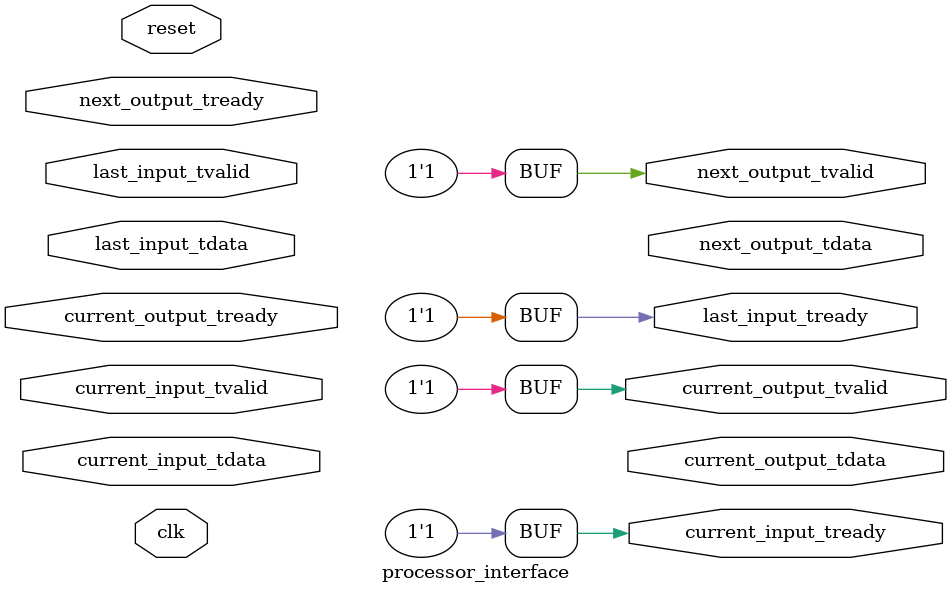
<source format=v>
`timescale 1ns / 1ps
module processor_interface #(
    parameter CHUNK_SIZE = 64,
    localparam INPUT_CHUNK_BITS = CHUNK_SIZE * (2 * 2) * (3 * 8),
    localparam OUTPUT_CHUNK_BITS = CHUNK_SIZE * (3 * 3) * (3 * 8)
) (
    input clk,
    input reset,
    
    // Input Chunks
    input [CHUNK_SIZE * (2 * 2) * (3 * 8) - 1:0] last_input_tdata,
    input last_input_tvalid,
    output last_input_tready,
    
    input [CHUNK_SIZE * (2 * 2) * (3 * 8) - 1:0] current_input_tdata,
    input current_input_tvalid,
    output current_input_tready,

    // Output Chunks
    
    output [CHUNK_SIZE * (3 * 3) * (3 * 8) - 1:0] current_output_tdata,
    output current_output_tvalid,
    input current_output_tready,

    output [CHUNK_SIZE * (3 * 3) * (3 * 8) - 1:0] next_output_tdata,
    output next_output_tvalid,
    input next_output_tready
);
    reg [INPUT_CHUNK_BITS - 1:0] last_input;
    reg [INPUT_CHUNK_BITS - 1:0] current_input; 

    reg [OUTPUT_CHUNK_BITS - 1:0] current_output;
    reg [OUTPUT_CHUNK_BITS - 1:0] next_output;

    // We need to buffer the outputs, since they can only be updated
    // When the receiver is ready to accept them.    
    wire [OUTPUT_CHUNK_BITS - 1:0] current_output_buffer;
    wire [OUTPUT_CHUNK_BITS - 1:0] next_output_buffer;

    // These can basically be hardcoded, since this module
    // is fully combinational.
    assign last_input_tready = 1;
    assign current_input_tready = 1;
    assign current_output_tvalid = 1;
    assign next_output_tvalid = 1;

    always @(posedge clk) begin
        if (!reset) begin
            // Ingest Inputs
            if (last_input_tvalid & last_input_tready) begin
                last_input <= last_input_tdata;
            end
            
            if (current_input_tvalid & current_input_tready) begin
                current_input <= current_input_tdata;
            end
            
            // Export Outputs
            if (current_output_tvalid & current_output_tready) begin
                current_output <= current_output_buffer;
            end
            
            if (next_output_tvalid & next_output_tready) begin
                next_output <= next_output_buffer;
            end
        else
            current_output <= 0;
            next_output <= 0;
        end
    end
    
    processor p (
        .last_chunk(last_input),
        .current_chunk(current_input),
        .output_chunk_current(current_output_buffer),
        .output_chunk_next(next_output_buffer)
    );
endmodule
</source>
